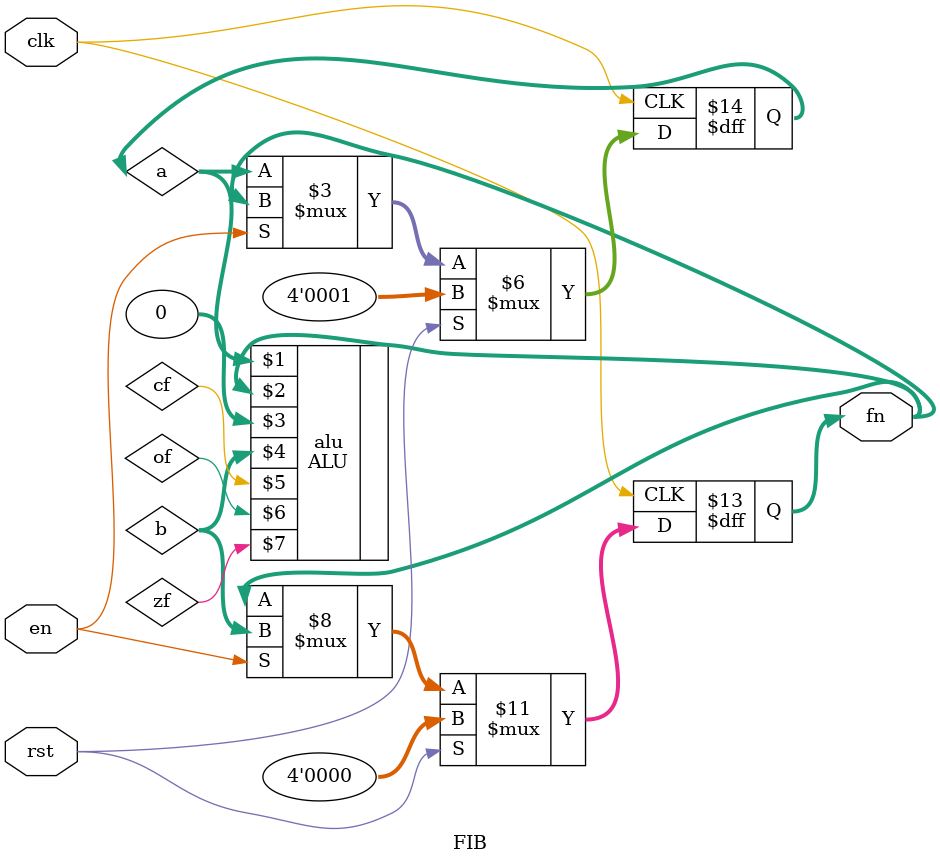
<source format=v>
`timescale 1ns / 1ps


module FIB(
input clk,rst,en,
output reg [3:0]fn
    );
    reg [3:0] a;
    wire [3:0] b;
    wire cf;
    wire of;
    wire zf;
    ALU alu(a,fn,0,b,cf,of,zf);
    always @(posedge clk) begin
        if(rst)begin
            fn<=0;
            a<=1;
        end
        else if(en)begin
            a<=fn;
           fn<=b; 
        end
    end
endmodule

</source>
